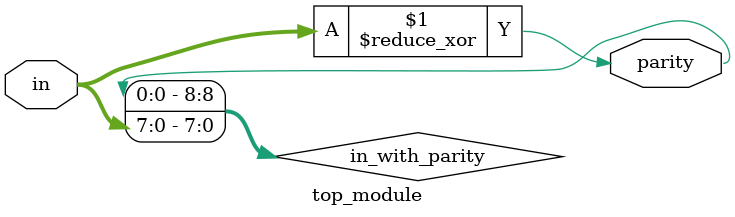
<source format=sv>
module top_module (
	input [7:0] in,
	output parity
);

wire [8:0] in_with_parity;
assign in_with_parity[7:0] = in;
assign in_with_parity[8] = ^in;

assign parity = in_with_parity[8];

endmodule

</source>
